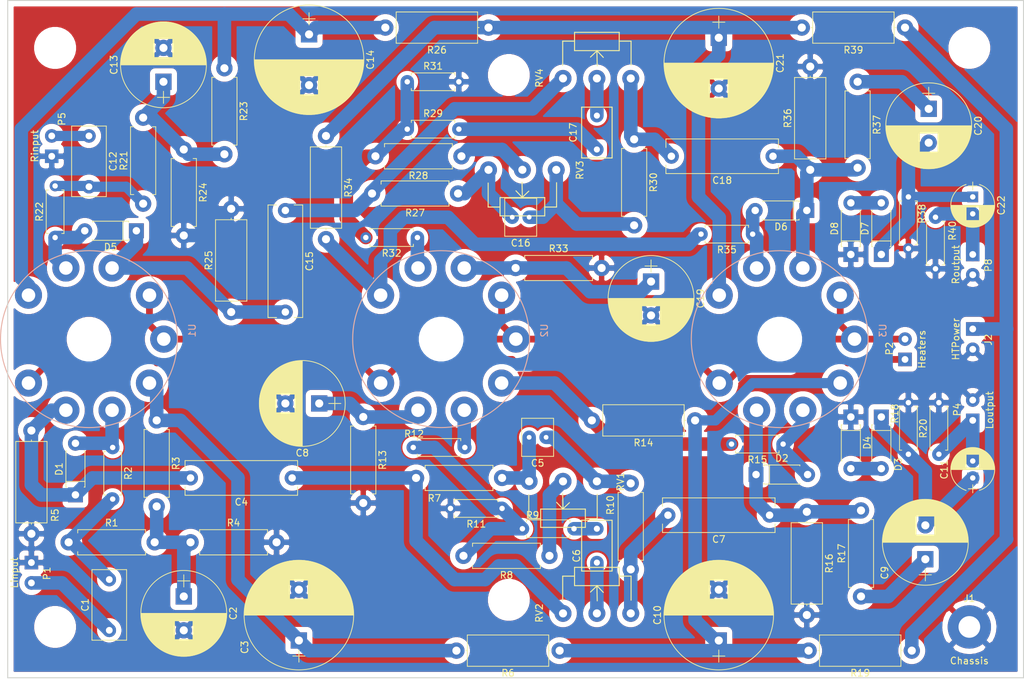
<source format=kicad_pcb>
(kicad_pcb (version 20171130) (host pcbnew "(5.1.5-0-10_14)")
  (title_block (title PCBTrial))
  (layers (0 F.Cu signal) (31 B.Cu signal) (34 B.Paste user hide) (35 F.Paste user hide) (36 B.SilkS user) (37 F.SilkS user) (38 B.Mask user hide) (39 F.Mask user hide) (44 Edge.Cuts user))
  (net 0 "")
  (net 1 "Net-(C1-Pad1)")
  (net 2 "Net-(C1-Pad2)")
  (net 3 "Net-(C2-Pad1)")
  (net 4 "Net-(C3-Pad1)")
  (net 5 "Net-(C4-Pad1)")
  (net 6 "Net-(C4-Pad2)")
  (net 7 "Net-(C5-Pad1)")
  (net 8 "Net-(C5-Pad2)")
  (net 9 "Net-(C6-Pad1)")
  (net 10 GNDA)
  (net 11 "Net-(C11-Pad2)")
  (net 12 "Net-(C10-Pad1)")
  (net 13 "Net-(C11-Pad1)")
  (net 14 "Net-(C12-Pad1)")
  (net 15 "Net-(C13-Pad1)")
  (net 16 "Net-(C14-Pad1)")
  (net 17 "Net-(C15-Pad1)")
  (net 18 "Net-(C15-Pad2)")
  (net 19 "Net-(C16-Pad1)")
  (net 20 "Net-(C16-Pad2)")
  (net 21 "Net-(C17-Pad1)")
  (net 22 "Net-(C19-Pad1)")
  (net 23 "Net-(C20-Pad1)")
  (net 24 "Net-(D1-Pad2)")
  (net 25 "Net-(D2-Pad2)")
  (net 26 HT)
  (net 27 "Net-(C6-Pad2)")
  (net 28 "Net-(C18-Pad2)")
  (net 29 "Net-(D5-Pad2)")
  (net 30 "Net-(R11-Pad1)")
  (net 31 "Net-(R12-Pad1)")
  (net 32 /Lfb)
  (net 33 "Net-(C7-Pad2)")
  (net 34 "Net-(C8-Pad1)")
  (net 35 "Net-(C12-Pad2)")
  (net 36 "Net-(C17-Pad2)")
  (net 37 /Rfb)
  (net 38 "Net-(C21-Pad1)")
  (net 39 "Net-(D3-Pad2)")
  (net 40 "Net-(D6-Pad2)")
  (net 41 "Net-(D7-Pad2)")
  (net 42 "Net-(R14-Pad2)")
  (net 43 "Net-(R28-Pad2)")
  (net 44 "Net-(R32-Pad1)")
  (net 45 "Net-(R34-Pad2)")
  (net 46 "Net-(C20-Pad2)")
  (net 47 "Net-(R8-Pad1)")
  (net 48 "Net-(R28-Pad1)")
  (net 49 "Net-(C9-Pad1)")
  (net 50 "Net-(C22-Pad2)")
  (net 51 "Net-(P2-Pad1)")
  (net 52 "Net-(P2-Pad2)")
  (module Capacitors_THT:CP_Radial_D6.3mm_P2.50mm (layer F.Cu) (at 232.5 64 270)
    (fp_text reference C22 (at 1.25 -4.21 270) (layer F.SilkS))
    (fp_text value "10u 25V")
    (pad 1 thru_hole rect (at 0 0 270) (size 1.6 1.6) (drill 0.8) (layers *.Cu *.Mask) (net 46 "Net-(C20-Pad2)"))
    (pad 2 thru_hole circle (at 2.5 0 270) (size 1.6 1.6) (drill 0.8) (layers *.Cu *.Mask) (net 50 "Net-(C22-Pad2)"))
  )
  (module Capacitors_THT:C_Rect_L10.3mm_W5.0mm_P7.50mm_MKS4 (layer F.Cu) (at 102 55 270)
    (fp_text reference C12 (at 3.75 -3.56 270) (layer F.SilkS))
    (fp_text value "22n 350V")
    (pad 1 thru_hole circle (at 0 0 270) (size 2 2) (drill 1) (layers *.Cu *.Mask) (net 14 "Net-(C12-Pad1)"))
    (pad 2 thru_hole circle (at 7.5 0 270) (size 2 2) (drill 1) (layers *.Cu *.Mask) (net 35 "Net-(C12-Pad2)"))
  )
  (module Capacitors_THT:C_Disc_D7.5_P5 (layer F.Cu) (at 177 113 270)
    (fp_text reference C6 (at 4 3 270) (layer F.SilkS))
    (fp_text value "100p 100V")
    (pad 1 thru_hole rect (at 0 0 270) (size 1.4 1.4) (drill 0.9) (layers *.Cu *.Mask) (net 9 "Net-(C6-Pad1)"))
    (pad 2 thru_hole circle (at 5 0 270) (size 1.4 1.4) (drill 0.9) (layers *.Cu *.Mask) (net 27 "Net-(C6-Pad2)"))
  )
  (module Capacitors_THT:C_Disc_D7.5_P5 (layer F.Cu) (at 177 57 90)
    (fp_text reference C17 (at 2.5 -3.5 90) (layer F.SilkS))
    (fp_text value "100p 100V")
    (pad 1 thru_hole rect (at 0 0 90) (size 1.4 1.4) (drill 0.9) (layers *.Cu *.Mask) (net 21 "Net-(C17-Pad1)"))
    (pad 2 thru_hole circle (at 5 0 90) (size 1.4 1.4) (drill 0.9) (layers *.Cu *.Mask) (net 36 "Net-(C17-Pad2)"))
  )
  (module Mounting_Holes:MountingHole_3.2mm_M3_Pad (layer F.Cu) (at 232 127.5)
    (fp_text reference J1 (at 0 -4.2) (layer F.SilkS))
    (fp_text value Chassis (at 0 5) (layer F.SilkS))
    (pad 1 thru_hole circle (at 0 0) (size 6.4 6.4) (drill 3.2) (layers *.Cu *.Mask) (net 10 GNDA))
  )
  (module Capacitors_THT:C_Rect_L16.5mm_W5.0mm_P15.00mm_MKT (layer F.Cu) (at 203 58 180)
    (fp_text reference C18 (at 7.5 -3.56 180) (layer F.SilkS))
    (fp_text value "220n 350V")
    (pad 1 thru_hole circle (at 0 0 180) (size 2.2 2.2) (drill 1.1) (layers *.Cu *.Mask) (net 37 /Rfb))
    (pad 2 thru_hole circle (at 15 0 180) (size 2.2 2.2) (drill 1.1) (layers *.Cu *.Mask) (net 28 "Net-(C18-Pad2)"))
  )
  (module Capacitors_THT:C_Rect_L16.5mm_W5.0mm_P15.00mm_MKT (layer F.Cu) (at 131 66 270)
    (fp_text reference C15 (at 7.5 -3.56 270) (layer F.SilkS))
    (fp_text value "220n 350V")
    (pad 1 thru_hole circle (at 0 0 270) (size 2.2 2.2) (drill 1.1) (layers *.Cu *.Mask) (net 17 "Net-(C15-Pad1)"))
    (pad 2 thru_hole circle (at 15 0 270) (size 2.2 2.2) (drill 1.1) (layers *.Cu *.Mask) (net 18 "Net-(C15-Pad2)"))
  )
  (module Capacitors_THT:C_Rect_L16.5mm_W5.0mm_P15.00mm_MKT (layer F.Cu) (at 202.5 111 180)
    (fp_text reference C7 (at 7.5 -3.56 180) (layer F.SilkS))
    (fp_text value "220n 350V")
    (pad 1 thru_hole circle (at 0 0 180) (size 2.2 2.2) (drill 1.1) (layers *.Cu *.Mask) (net 32 /Lfb))
    (pad 2 thru_hole circle (at 15 0 180) (size 2.2 2.2) (drill 1.1) (layers *.Cu *.Mask) (net 33 "Net-(C7-Pad2)"))
  )
  (module Capacitors_THT:C_Rect_L16.5mm_W5.0mm_P15.00mm_MKT (layer F.Cu) (at 132 105.5 180)
    (fp_text reference C4 (at 7.5 -3.56 180) (layer F.SilkS))
    (fp_text value "220n 350V")
    (pad 1 thru_hole circle (at 0 0 180) (size 2.2 2.2) (drill 1.1) (layers *.Cu *.Mask) (net 5 "Net-(C4-Pad1)"))
    (pad 2 thru_hole circle (at 15 0 180) (size 2.2 2.2) (drill 1.1) (layers *.Cu *.Mask) (net 6 "Net-(C4-Pad2)"))
  )
  (module Capacitors_THT:CP_Radial_D6.3mm_P2.50mm (layer F.Cu) (at 232.5 105.5 90)
    (fp_text reference C11 (at 1.25 -4.21 90) (layer F.SilkS))
    (fp_text value "10u 25V")
    (pad 1 thru_hole rect (at 0 0 90) (size 1.6 1.6) (drill 0.8) (layers *.Cu *.Mask) (net 13 "Net-(C11-Pad1)"))
    (pad 2 thru_hole circle (at 2.5 0 90) (size 1.6 1.6) (drill 0.8) (layers *.Cu *.Mask) (net 11 "Net-(C11-Pad2)"))
  )
  (module Diodes_THT:D_DO-41_SOD81_P7.62mm_Horizontal (layer F.Cu) (at 214.5 72.5 90)
    (fp_text reference D8 (at 3.81 -2.41 90) (layer F.SilkS))
    (fp_text value BZX55C15)
    (pad 1 thru_hole rect (at 0 0 90) (size 2.2 2.2) (drill 1.1) (layers *.Cu *.Mask) (net 10 GNDA))
    (pad 2 thru_hole oval (at 7.62 0 90) (size 2.2 2.2) (drill 1.1) (layers *.Cu *.Mask) (net 41 "Net-(D7-Pad2)"))
  )
  (module Diodes_THT:D_DO-41_SOD81_P7.62mm_Horizontal (layer F.Cu) (at 219 72.5 90)
    (fp_text reference D7 (at 3.81 -2.41 90) (layer F.SilkS))
    (fp_text value BZX55C15)
    (pad 1 thru_hole rect (at 0 0 90) (size 2.2 2.2) (drill 1.1) (layers *.Cu *.Mask) (net 46 "Net-(C20-Pad2)"))
    (pad 2 thru_hole oval (at 7.62 0 90) (size 2.2 2.2) (drill 1.1) (layers *.Cu *.Mask) (net 41 "Net-(D7-Pad2)"))
  )
  (module Diodes_THT:D_DO-41_SOD81_P7.62mm_Horizontal (layer F.Cu) (at 208 66 180)
    (fp_text reference D6 (at 3.81 -2.41 180) (layer F.SilkS))
    (fp_text value 1N4148)
    (pad 1 thru_hole rect (at 0 0 180) (size 2.2 2.2) (drill 1.1) (layers *.Cu *.Mask) (net 37 /Rfb))
    (pad 2 thru_hole oval (at 7.62 0 180) (size 2.2 2.2) (drill 1.1) (layers *.Cu *.Mask) (net 40 "Net-(D6-Pad2)"))
  )
  (module Diodes_THT:D_DO-41_SOD81_P7.62mm_Horizontal (layer F.Cu) (at 109 69 180)
    (fp_text reference D5 (at 3.81 -2.41 180) (layer F.SilkS))
    (fp_text value 1N4148)
    (pad 1 thru_hole rect (at 0 0 180) (size 2.2 2.2) (drill 1.1) (layers *.Cu *.Mask) (net 18 "Net-(C15-Pad2)"))
    (pad 2 thru_hole oval (at 7.62 0 180) (size 2.2 2.2) (drill 1.1) (layers *.Cu *.Mask) (net 29 "Net-(D5-Pad2)"))
  )
  (module Diodes_THT:D_DO-41_SOD81_P7.62mm_Horizontal (layer F.Cu) (at 214.5 96.5 270)
    (fp_text reference D4 (at 3.81 -2.41 270) (layer F.SilkS))
    (fp_text value BZX55C15)
    (pad 1 thru_hole rect (at 0 0 270) (size 2.2 2.2) (drill 1.1) (layers *.Cu *.Mask) (net 10 GNDA))
    (pad 2 thru_hole oval (at 7.62 0 270) (size 2.2 2.2) (drill 1.1) (layers *.Cu *.Mask) (net 39 "Net-(D3-Pad2)"))
  )
  (module Diodes_THT:D_DO-41_SOD81_P7.62mm_Horizontal (layer F.Cu) (at 219 96.5 270)
    (fp_text reference D3 (at 7 -2.5 270) (layer F.SilkS))
    (fp_text value BZX55C15)
    (pad 1 thru_hole rect (at 0 0 270) (size 2.2 2.2) (drill 1.1) (layers *.Cu *.Mask) (net 13 "Net-(C11-Pad1)"))
    (pad 2 thru_hole oval (at 7.62 0 270) (size 2.2 2.2) (drill 1.1) (layers *.Cu *.Mask) (net 39 "Net-(D3-Pad2)"))
  )
  (module Diodes_THT:D_DO-41_SOD81_P7.62mm_Horizontal (layer F.Cu) (at 200.5 105)
    (fp_text reference D2 (at 3.81 -2.41) (layer F.SilkS))
    (fp_text value 1N4148)
    (pad 1 thru_hole rect (at 0 0) (size 2.2 2.2) (drill 1.1) (layers *.Cu *.Mask) (net 32 /Lfb))
    (pad 2 thru_hole oval (at 7.62 0) (size 2.2 2.2) (drill 1.1) (layers *.Cu *.Mask) (net 25 "Net-(D2-Pad2)"))
  )
  (module Diodes_THT:D_DO-41_SOD81_P7.62mm_Horizontal (layer F.Cu) (at 100 108 90)
    (fp_text reference D1 (at 3.81 -2.41 90) (layer F.SilkS))
    (fp_text value 1N4148)
    (pad 1 thru_hole rect (at 0 0 90) (size 2.2 2.2) (drill 1.1) (layers *.Cu *.Mask) (net 6 "Net-(C4-Pad2)"))
    (pad 2 thru_hole oval (at 7.62 0 90) (size 2.2 2.2) (drill 1.1) (layers *.Cu *.Mask) (net 24 "Net-(D1-Pad2)"))
  )
  (module Resistors_THT:R_Axial_DIN0207_L6.3mm_D2.5mm_P7.62mm_Horizontal (layer F.Cu) (at 227 67 270)
    (fp_text reference R40 (at 2 -2.5 270) (layer F.SilkS))
    (fp_text value 1M)
    (pad 1 thru_hole circle (at 0 0 270) (size 1.6 1.6) (drill 0.8) (layers *.Cu *.Mask) (net 50 "Net-(C22-Pad2)"))
    (pad 2 thru_hole oval (at 7.62 0 270) (size 1.6 1.6) (drill 0.8) (layers *.Cu *.Mask) (net 10 GNDA))
  )
  (module Resistors_THT:R_Axial_DIN0207_L6.3mm_D2.5mm_P7.62mm_Horizontal (layer F.Cu) (at 223 64 270)
    (fp_text reference R38 (at 2.5 -2 270) (layer F.SilkS))
    (fp_text value 1M)
    (pad 1 thru_hole circle (at 0 0 270) (size 1.6 1.6) (drill 0.8) (layers *.Cu *.Mask) (net 46 "Net-(C20-Pad2)"))
    (pad 2 thru_hole oval (at 7.62 0 270) (size 1.6 1.6) (drill 0.8) (layers *.Cu *.Mask) (net 10 GNDA))
  )
  (module Resistors_THT:R_Axial_DIN0411_L9.9mm_D3.6mm_P12.70mm_Horizontal (layer F.Cu) (at 215.5 47 270)
    (fp_text reference R37 (at 6.35 -2.86 270) (layer F.SilkS))
    (fp_text value 100r)
    (pad 1 thru_hole circle (at 0 0 270) (size 2.4 2.4) (drill 1.2) (layers *.Cu *.Mask) (net 23 "Net-(C20-Pad1)"))
    (pad 2 thru_hole oval (at 12.7 0 270) (size 2.4 2.4) (drill 1.2) (layers *.Cu *.Mask) (net 37 /Rfb))
  )
  (module Resistors_THT:R_Axial_DIN0207_L6.3mm_D2.5mm_P7.62mm_Horizontal (layer F.Cu) (at 200 69.5 180)
    (fp_text reference R35 (at 3.81 -2.31 180) (layer F.SilkS))
    (fp_text value 1k)
    (pad 1 thru_hole circle (at 0 0 180) (size 1.6 1.6) (drill 0.8) (layers *.Cu *.Mask) (net 40 "Net-(D6-Pad2)"))
    (pad 2 thru_hole oval (at 7.62 0 180) (size 1.6 1.6) (drill 0.8) (layers *.Cu *.Mask) (net 45 "Net-(R34-Pad2)"))
  )
  (module Resistors_THT:R_Axial_DIN0411_L9.9mm_D3.6mm_P12.70mm_Horizontal (layer F.Cu) (at 165 74.5)
    (fp_text reference R33 (at 6.35 -2.86) (layer F.SilkS))
    (fp_text value 750r)
    (pad 1 thru_hole circle (at 0 0) (size 2.4 2.4) (drill 1.2) (layers *.Cu *.Mask) (net 22 "Net-(C19-Pad1)"))
    (pad 2 thru_hole oval (at 12.7 0) (size 2.4 2.4) (drill 1.2) (layers *.Cu *.Mask) (net 10 GNDA))
  )
  (module Resistors_THT:R_Axial_DIN0207_L6.3mm_D2.5mm_P7.62mm_Horizontal (layer F.Cu) (at 150.5 70 180)
    (fp_text reference R32 (at 3.81 -2.31 180) (layer F.SilkS))
    (fp_text value 1k)
    (pad 1 thru_hole circle (at 0 0 180) (size 1.6 1.6) (drill 0.8) (layers *.Cu *.Mask) (net 44 "Net-(R32-Pad1)"))
    (pad 2 thru_hole oval (at 7.62 0 180) (size 1.6 1.6) (drill 0.8) (layers *.Cu *.Mask) (net 43 "Net-(R28-Pad2)"))
  )
  (module Resistors_THT:R_Axial_DIN0207_L6.3mm_D2.5mm_P7.62mm_Horizontal (layer F.Cu) (at 149 47)
    (fp_text reference R31 (at 3.81 -2.31) (layer F.SilkS))
    (fp_text value 2.2M)
    (pad 1 thru_hole circle (at 0 0) (size 1.6 1.6) (drill 0.8) (layers *.Cu *.Mask) (net 43 "Net-(R28-Pad2)"))
    (pad 2 thru_hole oval (at 7.62 0) (size 1.6 1.6) (drill 0.8) (layers *.Cu *.Mask) (net 10 GNDA))
  )
  (module Resistors_THT:R_Axial_DIN0411_L9.9mm_D3.6mm_P12.70mm_Horizontal (layer F.Cu) (at 182.5 55.5 270)
    (fp_text reference R30 (at 6.35 -2.86 270) (layer F.SilkS))
    (fp_text value 220k)
    (pad 1 thru_hole circle (at 0 0 270) (size 2.4 2.4) (drill 1.2) (layers *.Cu *.Mask) (net 28 "Net-(C18-Pad2)"))
    (pad 2 thru_hole oval (at 12.7 0 270) (size 2.4 2.4) (drill 1.2) (layers *.Cu *.Mask) (net 19 "Net-(C16-Pad1)"))
  )
  (module Resistors_THT:R_Axial_DIN0207_L6.3mm_D2.5mm_P7.62mm_Horizontal (layer F.Cu) (at 149 54)
    (fp_text reference R29 (at 3.81 -2.31) (layer F.SilkS))
    (fp_text value 390k)
    (pad 1 thru_hole circle (at 0 0) (size 1.6 1.6) (drill 0.8) (layers *.Cu *.Mask) (net 43 "Net-(R28-Pad2)"))
    (pad 2 thru_hole oval (at 7.62 0) (size 1.6 1.6) (drill 0.8) (layers *.Cu *.Mask) (net 21 "Net-(C17-Pad1)"))
  )
  (module Resistors_THT:R_Axial_DIN0411_L9.9mm_D3.6mm_P12.70mm_Horizontal (layer F.Cu) (at 157 58 180)
    (fp_text reference R28 (at 6.35 -2.86 180) (layer F.SilkS))
    (fp_text value 220k)
    (pad 1 thru_hole circle (at 0 0 180) (size 2.4 2.4) (drill 1.2) (layers *.Cu *.Mask) (net 48 "Net-(R28-Pad1)"))
    (pad 2 thru_hole oval (at 12.7 0 180) (size 2.4 2.4) (drill 1.2) (layers *.Cu *.Mask) (net 43 "Net-(R28-Pad2)"))
  )
  (module Resistors_THT:R_Axial_DIN0411_L9.9mm_D3.6mm_P12.70mm_Horizontal (layer F.Cu) (at 156.5 63.5 180)
    (fp_text reference R27 (at 6.35 -2.86 180) (layer F.SilkS))
    (fp_text value 220k)
    (pad 1 thru_hole circle (at 0 0 180) (size 2.4 2.4) (drill 1.2) (layers *.Cu *.Mask) (net 20 "Net-(C16-Pad2)"))
    (pad 2 thru_hole oval (at 12.7 0 180) (size 2.4 2.4) (drill 1.2) (layers *.Cu *.Mask) (net 17 "Net-(C15-Pad1)"))
  )
  (module Resistors_THT:R_Axial_DIN0411_L9.9mm_D3.6mm_P12.70mm_Horizontal (layer F.Cu) (at 116 57 270)
    (fp_text reference R24 (at 6.35 -2.86 270) (layer F.SilkS))
    (fp_text value 330k)
    (pad 1 thru_hole circle (at 0 0 270) (size 2.4 2.4) (drill 1.2) (layers *.Cu *.Mask) (net 15 "Net-(C13-Pad1)"))
    (pad 2 thru_hole oval (at 12.7 0 270) (size 2.4 2.4) (drill 1.2) (layers *.Cu *.Mask) (net 10 GNDA))
  )
  (module Resistors_THT:R_Axial_DIN0411_L9.9mm_D3.6mm_P12.70mm_Horizontal (layer F.Cu) (at 122 45 270)
    (fp_text reference R23 (at 6.35 -2.86 270) (layer F.SilkS))
    (fp_text value 470k)
    (pad 1 thru_hole circle (at 0 0 270) (size 2.4 2.4) (drill 1.2) (layers *.Cu *.Mask) (net 16 "Net-(C14-Pad1)"))
    (pad 2 thru_hole oval (at 12.7 0 270) (size 2.4 2.4) (drill 1.2) (layers *.Cu *.Mask) (net 15 "Net-(C13-Pad1)"))
  )
  (module Resistors_THT:R_Axial_DIN0207_L6.3mm_D2.5mm_P7.62mm_Horizontal (layer F.Cu) (at 97 70 90)
    (fp_text reference R22 (at 3.81 -2.31 90) (layer F.SilkS))
    (fp_text value 1k)
    (pad 1 thru_hole circle (at 0 0 90) (size 1.6 1.6) (drill 0.8) (layers *.Cu *.Mask) (net 29 "Net-(D5-Pad2)"))
    (pad 2 thru_hole oval (at 7.62 0 90) (size 1.6 1.6) (drill 0.8) (layers *.Cu *.Mask) (net 35 "Net-(C12-Pad2)"))
  )
  (module Resistors_THT:R_Axial_DIN0411_L9.9mm_D3.6mm_P12.70mm_Horizontal (layer F.Cu) (at 110 65 90)
    (fp_text reference R21 (at 6.35 -2.86 90) (layer F.SilkS))
    (fp_text value 10M)
    (pad 1 thru_hole circle (at 0 0 90) (size 2.4 2.4) (drill 1.2) (layers *.Cu *.Mask) (net 35 "Net-(C12-Pad2)"))
    (pad 2 thru_hole oval (at 12.7 0 90) (size 2.4 2.4) (drill 1.2) (layers *.Cu *.Mask) (net 15 "Net-(C13-Pad1)"))
  )
  (module Resistors_THT:R_Axial_DIN0207_L6.3mm_D2.5mm_P7.62mm_Horizontal (layer F.Cu) (at 227.5 102 90)
    (fp_text reference R20 (at 3.81 -2.31 90) (layer F.SilkS))
    (fp_text value 1M)
    (pad 1 thru_hole circle (at 0 0 90) (size 1.6 1.6) (drill 0.8) (layers *.Cu *.Mask) (net 11 "Net-(C11-Pad2)"))
    (pad 2 thru_hole oval (at 7.62 0 90) (size 1.6 1.6) (drill 0.8) (layers *.Cu *.Mask) (net 10 GNDA))
  )
  (module Resistors_THT:R_Axial_DIN0207_L6.3mm_D2.5mm_P7.62mm_Horizontal (layer F.Cu) (at 223 102 90)
    (fp_text reference R18 (at 6 -2 90) (layer F.SilkS))
    (fp_text value 1M)
    (pad 1 thru_hole circle (at 0 0 90) (size 1.6 1.6) (drill 0.8) (layers *.Cu *.Mask) (net 13 "Net-(C11-Pad1)"))
    (pad 2 thru_hole oval (at 7.62 0 90) (size 1.6 1.6) (drill 0.8) (layers *.Cu *.Mask) (net 10 GNDA))
  )
  (module Resistors_THT:R_Axial_DIN0411_L9.9mm_D3.6mm_P12.70mm_Horizontal (layer F.Cu) (at 216 123 90)
    (fp_text reference R17 (at 6.35 -2.86 90) (layer F.SilkS))
    (fp_text value 100r)
    (pad 1 thru_hole circle (at 0 0 90) (size 2.4 2.4) (drill 1.2) (layers *.Cu *.Mask) (net 49 "Net-(C9-Pad1)"))
    (pad 2 thru_hole oval (at 12.7 0 90) (size 2.4 2.4) (drill 1.2) (layers *.Cu *.Mask) (net 32 /Lfb))
  )
  (module Resistors_THT:R_Axial_DIN0207_L6.3mm_D2.5mm_P7.62mm_Horizontal (layer F.Cu) (at 204.5 100.5 180)
    (fp_text reference R15 (at 3.81 -2.31 180) (layer F.SilkS))
    (fp_text value 1k)
    (pad 1 thru_hole circle (at 0 0 180) (size 1.6 1.6) (drill 0.8) (layers *.Cu *.Mask) (net 25 "Net-(D2-Pad2)"))
    (pad 2 thru_hole oval (at 7.62 0 180) (size 1.6 1.6) (drill 0.8) (layers *.Cu *.Mask) (net 42 "Net-(R14-Pad2)"))
  )
  (module Resistors_THT:R_Axial_DIN0411_L9.9mm_D3.6mm_P12.70mm_Horizontal (layer F.Cu) (at 142.5 96.5 270)
    (fp_text reference R13 (at 6.35 -2.86 270) (layer F.SilkS))
    (fp_text value 750r)
    (pad 1 thru_hole circle (at 0 0 270) (size 2.4 2.4) (drill 1.2) (layers *.Cu *.Mask) (net 34 "Net-(C8-Pad1)"))
    (pad 2 thru_hole oval (at 12.7 0 270) (size 2.4 2.4) (drill 1.2) (layers *.Cu *.Mask) (net 10 GNDA))
  )
  (module Resistors_THT:R_Axial_DIN0207_L6.3mm_D2.5mm_P7.62mm_Horizontal (layer F.Cu) (at 157.5 101 180)
    (fp_text reference R12 (at 7.5 2 180) (layer F.SilkS))
    (fp_text value 1k)
    (pad 1 thru_hole circle (at 0 0 180) (size 1.6 1.6) (drill 0.8) (layers *.Cu *.Mask) (net 31 "Net-(R12-Pad1)"))
    (pad 2 thru_hole oval (at 7.62 0 180) (size 1.6 1.6) (drill 0.8) (layers *.Cu *.Mask) (net 30 "Net-(R11-Pad1)"))
  )
  (module Resistors_THT:R_Axial_DIN0207_L6.3mm_D2.5mm_P7.62mm_Horizontal (layer F.Cu) (at 163 110 180)
    (fp_text reference R11 (at 3.81 -2.31 180) (layer F.SilkS))
    (fp_text value 2.2M)
    (pad 1 thru_hole circle (at 0 0 180) (size 1.6 1.6) (drill 0.8) (layers *.Cu *.Mask) (net 30 "Net-(R11-Pad1)"))
    (pad 2 thru_hole oval (at 7.62 0 180) (size 1.6 1.6) (drill 0.8) (layers *.Cu *.Mask) (net 10 GNDA))
  )
  (module Resistors_THT:R_Axial_DIN0411_L9.9mm_D3.6mm_P12.70mm_Horizontal (layer F.Cu) (at 182 119 90)
    (fp_text reference R10 (at 9.5 -3 90) (layer F.SilkS))
    (fp_text value 220k)
    (pad 1 thru_hole circle (at 0 0 90) (size 2.4 2.4) (drill 1.2) (layers *.Cu *.Mask) (net 33 "Net-(C7-Pad2)"))
    (pad 2 thru_hole oval (at 12.7 0 90) (size 2.4 2.4) (drill 1.2) (layers *.Cu *.Mask) (net 7 "Net-(C5-Pad1)"))
  )
  (module Resistors_THT:R_Axial_DIN0207_L6.3mm_D2.5mm_P7.62mm_Horizontal (layer F.Cu) (at 166 113)
    (fp_text reference R9 (at 1.5 -2) (layer F.SilkS))
    (fp_text value 390k)
    (pad 1 thru_hole circle (at 0 0) (size 1.6 1.6) (drill 0.8) (layers *.Cu *.Mask) (net 30 "Net-(R11-Pad1)"))
    (pad 2 thru_hole oval (at 7.62 0) (size 1.6 1.6) (drill 0.8) (layers *.Cu *.Mask) (net 9 "Net-(C6-Pad1)"))
  )
  (module Resistors_THT:R_Axial_DIN0411_L9.9mm_D3.6mm_P12.70mm_Horizontal (layer F.Cu) (at 170 117 180)
    (fp_text reference R8 (at 6.35 -2.86 180) (layer F.SilkS))
    (fp_text value 220k)
    (pad 1 thru_hole circle (at 0 0 180) (size 2.4 2.4) (drill 1.2) (layers *.Cu *.Mask) (net 47 "Net-(R8-Pad1)"))
    (pad 2 thru_hole oval (at 12.7 0 180) (size 2.4 2.4) (drill 1.2) (layers *.Cu *.Mask) (net 30 "Net-(R11-Pad1)"))
  )
  (module Resistors_THT:R_Axial_DIN0411_L9.9mm_D3.6mm_P12.70mm_Horizontal (layer F.Cu) (at 163 105.5 180)
    (fp_text reference R7 (at 10 -3 180) (layer F.SilkS))
    (fp_text value 220k)
    (pad 1 thru_hole circle (at 0 0 180) (size 2.4 2.4) (drill 1.2) (layers *.Cu *.Mask) (net 8 "Net-(C5-Pad2)"))
    (pad 2 thru_hole oval (at 12.7 0 180) (size 2.4 2.4) (drill 1.2) (layers *.Cu *.Mask) (net 5 "Net-(C4-Pad1)"))
  )
  (module Resistors_THT:R_Axial_DIN0411_L9.9mm_D3.6mm_P12.70mm_Horizontal (layer F.Cu) (at 117 115)
    (fp_text reference R4 (at 6.35 -2.86) (layer F.SilkS))
    (fp_text value 330k)
    (pad 1 thru_hole circle (at 0 0) (size 2.4 2.4) (drill 1.2) (layers *.Cu *.Mask) (net 3 "Net-(C2-Pad1)"))
    (pad 2 thru_hole oval (at 12.7 0) (size 2.4 2.4) (drill 1.2) (layers *.Cu *.Mask) (net 10 GNDA))
  )
  (module Resistors_THT:R_Axial_DIN0411_L9.9mm_D3.6mm_P12.70mm_Horizontal (layer F.Cu) (at 112 97 270)
    (fp_text reference R3 (at 6.35 -2.86 270) (layer F.SilkS))
    (fp_text value 470k)
    (pad 1 thru_hole circle (at 0 0 270) (size 2.4 2.4) (drill 1.2) (layers *.Cu *.Mask) (net 4 "Net-(C3-Pad1)"))
    (pad 2 thru_hole oval (at 12.7 0 270) (size 2.4 2.4) (drill 1.2) (layers *.Cu *.Mask) (net 3 "Net-(C2-Pad1)"))
  )
  (module Resistors_THT:R_Axial_DIN0207_L6.3mm_D2.5mm_P7.62mm_Horizontal (layer F.Cu) (at 105.5 101 270)
    (fp_text reference R2 (at 3.81 -2.31 270) (layer F.SilkS))
    (fp_text value 1k)
    (pad 1 thru_hole circle (at 0 0 270) (size 1.6 1.6) (drill 0.8) (layers *.Cu *.Mask) (net 24 "Net-(D1-Pad2)"))
    (pad 2 thru_hole oval (at 7.62 0 270) (size 1.6 1.6) (drill 0.8) (layers *.Cu *.Mask) (net 2 "Net-(C1-Pad2)"))
  )
  (module Resistors_THT:R_Axial_DIN0411_L9.9mm_D3.6mm_P12.70mm_Horizontal (layer F.Cu) (at 99 115)
    (fp_text reference R1 (at 6.35 -2.86) (layer F.SilkS))
    (fp_text value 10M)
    (pad 1 thru_hole circle (at 0 0) (size 2.4 2.4) (drill 1.2) (layers *.Cu *.Mask) (net 2 "Net-(C1-Pad2)"))
    (pad 2 thru_hole oval (at 12.7 0) (size 2.4 2.4) (drill 1.2) (layers *.Cu *.Mask) (net 3 "Net-(C2-Pad1)"))
  )
  (module Resistors_THT:R_Axial_DIN0414_L11.9mm_D4.5mm_P15.24mm_Horizontal (layer F.Cu) (at 222.5 39 180)
    (fp_text reference R39 (at 7.62 -3.31 180) (layer F.SilkS))
    (fp_text value "2.2k 2W")
    (pad 1 thru_hole circle (at 0 0 180) (size 2.4 2.4) (drill 1.2) (layers *.Cu *.Mask) (net 26 HT))
    (pad 2 thru_hole oval (at 15.24 0 180) (size 2.4 2.4) (drill 1.2) (layers *.Cu *.Mask) (net 38 "Net-(C21-Pad1)"))
  )
  (module Resistors_THT:R_Axial_DIN0414_L11.9mm_D4.5mm_P15.24mm_Horizontal (layer F.Cu) (at 208.5 60 90)
    (fp_text reference R36 (at 7.62 -3.31 90) (layer F.SilkS))
    (fp_text value "27k 2W")
    (pad 1 thru_hole circle (at 0 0 90) (size 2.4 2.4) (drill 1.2) (layers *.Cu *.Mask) (net 37 /Rfb))
    (pad 2 thru_hole oval (at 15.24 0 90) (size 2.4 2.4) (drill 1.2) (layers *.Cu *.Mask) (net 10 GNDA))
  )
  (module Resistors_THT:R_Axial_DIN0414_L11.9mm_D4.5mm_P15.24mm_Horizontal (layer F.Cu) (at 137 55 270)
    (fp_text reference R34 (at 7.62 -3.31 270) (layer F.SilkS))
    (fp_text value "47k 2W")
    (pad 1 thru_hole circle (at 0 0 270) (size 2.4 2.4) (drill 1.2) (layers *.Cu *.Mask) (net 38 "Net-(C21-Pad1)"))
    (pad 2 thru_hole oval (at 15.24 0 270) (size 2.4 2.4) (drill 1.2) (layers *.Cu *.Mask) (net 45 "Net-(R34-Pad2)"))
  )
  (module Resistors_THT:R_Axial_DIN0414_L11.9mm_D4.5mm_P15.24mm_Horizontal (layer F.Cu) (at 161 39 180)
    (fp_text reference R26 (at 7.62 -3.31 180) (layer F.SilkS))
    (fp_text value "4.7k 2W")
    (pad 1 thru_hole circle (at 0 0 180) (size 2.4 2.4) (drill 1.2) (layers *.Cu *.Mask) (net 38 "Net-(C21-Pad1)"))
    (pad 2 thru_hole oval (at 15.24 0 180) (size 2.4 2.4) (drill 1.2) (layers *.Cu *.Mask) (net 16 "Net-(C14-Pad1)"))
  )
  (module Resistors_THT:R_Axial_DIN0414_L11.9mm_D4.5mm_P15.24mm_Horizontal (layer F.Cu) (at 123 81 90)
    (fp_text reference R25 (at 7.62 -3.31 90) (layer F.SilkS))
    (fp_text value "47k 2W")
    (pad 1 thru_hole circle (at 0 0 90) (size 2.4 2.4) (drill 1.2) (layers *.Cu *.Mask) (net 18 "Net-(C15-Pad2)"))
    (pad 2 thru_hole oval (at 15.24 0 90) (size 2.4 2.4) (drill 1.2) (layers *.Cu *.Mask) (net 10 GNDA))
  )
  (module Resistors_THT:R_Axial_DIN0414_L11.9mm_D4.5mm_P15.24mm_Horizontal (layer F.Cu) (at 223.5 131 180)
    (fp_text reference R19 (at 7.62 -3.31 180) (layer F.SilkS))
    (fp_text value "2.2k 2W")
    (pad 1 thru_hole circle (at 0 0 180) (size 2.4 2.4) (drill 1.2) (layers *.Cu *.Mask) (net 26 HT))
    (pad 2 thru_hole oval (at 15.24 0 180) (size 2.4 2.4) (drill 1.2) (layers *.Cu *.Mask) (net 12 "Net-(C10-Pad1)"))
  )
  (module Resistors_THT:R_Axial_DIN0414_L11.9mm_D4.5mm_P15.24mm_Horizontal (layer F.Cu) (at 208 110.5 270)
    (fp_text reference R16 (at 7.62 -3.31 270) (layer F.SilkS))
    (fp_text value "27k 2W")
    (pad 1 thru_hole circle (at 0 0 270) (size 2.4 2.4) (drill 1.2) (layers *.Cu *.Mask) (net 32 /Lfb))
    (pad 2 thru_hole oval (at 15.24 0 270) (size 2.4 2.4) (drill 1.2) (layers *.Cu *.Mask) (net 10 GNDA))
  )
  (module Resistors_THT:R_Axial_DIN0414_L11.9mm_D4.5mm_P15.24mm_Horizontal (layer F.Cu) (at 191.5 97 180)
    (fp_text reference R14 (at 7.62 -3.31 180) (layer F.SilkS))
    (fp_text value "47k 2W")
    (pad 1 thru_hole circle (at 0 0 180) (size 2.4 2.4) (drill 1.2) (layers *.Cu *.Mask) (net 12 "Net-(C10-Pad1)"))
    (pad 2 thru_hole oval (at 15.24 0 180) (size 2.4 2.4) (drill 1.2) (layers *.Cu *.Mask) (net 42 "Net-(R14-Pad2)"))
  )
  (module Resistors_THT:R_Axial_DIN0414_L11.9mm_D4.5mm_P15.24mm_Horizontal (layer F.Cu) (at 171.5 131 180)
    (fp_text reference R6 (at 7.62 -3.31 180) (layer F.SilkS))
    (fp_text value "4.7k 2W")
    (pad 1 thru_hole circle (at 0 0 180) (size 2.4 2.4) (drill 1.2) (layers *.Cu *.Mask) (net 12 "Net-(C10-Pad1)"))
    (pad 2 thru_hole oval (at 15.24 0 180) (size 2.4 2.4) (drill 1.2) (layers *.Cu *.Mask) (net 4 "Net-(C3-Pad1)"))
  )
  (module Resistors_THT:R_Axial_DIN0414_L11.9mm_D4.5mm_P15.24mm_Horizontal (layer F.Cu) (at 93.5 98.5 270)
    (fp_text reference R5 (at 12.5 -3.5 270) (layer F.SilkS))
    (fp_text value "47k 2W")
    (pad 1 thru_hole circle (at 0 0 270) (size 2.4 2.4) (drill 1.2) (layers *.Cu *.Mask) (net 6 "Net-(C4-Pad2)"))
    (pad 2 thru_hole oval (at 15.24 0 270) (size 2.4 2.4) (drill 1.2) (layers *.Cu *.Mask) (net 10 GNDA))
  )
  (module Capacitors_THT:CP_Radial_D16.0mm_P7.50mm (layer F.Cu) (at 195 40.5 270)
    (fp_text reference C21 (at 3.75 -9.06 270) (layer F.SilkS))
    (fp_text value "47u 350V")
    (pad 1 thru_hole rect (at 0 0 270) (size 2.4 2.4) (drill 1.2) (layers *.Cu *.Mask) (net 38 "Net-(C21-Pad1)"))
    (pad 2 thru_hole circle (at 7.5 0 270) (size 2.4 2.4) (drill 1.2) (layers *.Cu *.Mask) (net 10 GNDA))
  )
  (module Capacitors_THT:CP_Radial_D12.5mm_P5.00mm (layer F.Cu) (at 226 51 270)
    (fp_text reference C20 (at 2.5 -7.31 270) (layer F.SilkS))
    (fp_text value "10u 350V")
    (pad 1 thru_hole rect (at 0 0 270) (size 2.4 2.4) (drill 1.2) (layers *.Cu *.Mask) (net 23 "Net-(C20-Pad1)"))
    (pad 2 thru_hole circle (at 5 0 270) (size 2.4 2.4) (drill 1.2) (layers *.Cu *.Mask) (net 46 "Net-(C20-Pad2)"))
  )
  (module Capacitors_THT:CP_Radial_D12.5mm_P5.00mm (layer F.Cu) (at 185 76.5 270)
    (fp_text reference C19 (at 2.5 -7.31 270) (layer F.SilkS))
    (fp_text value "220u 25V")
    (pad 1 thru_hole rect (at 0 0 270) (size 2.4 2.4) (drill 1.2) (layers *.Cu *.Mask) (net 22 "Net-(C19-Pad1)"))
    (pad 2 thru_hole circle (at 5 0 270) (size 2.4 2.4) (drill 1.2) (layers *.Cu *.Mask) (net 10 GNDA))
  )
  (module Capacitors_THT:C_Rect_L4.6mm_W5.5mm_P2.50mm_MKS02_FKP02 (layer F.Cu) (at 167 67 180)
    (fp_text reference C16 (at 1.25 -3.81 180) (layer F.SilkS))
    (fp_text value "2.2n 100V")
    (pad 1 thru_hole circle (at 0 0 180) (size 1.4 1.4) (drill 0.7) (layers *.Cu *.Mask) (net 19 "Net-(C16-Pad1)"))
    (pad 2 thru_hole circle (at 2.5 0 180) (size 1.4 1.4) (drill 0.7) (layers *.Cu *.Mask) (net 20 "Net-(C16-Pad2)"))
  )
  (module Capacitors_THT:CP_Radial_D16.0mm_P7.50mm (layer F.Cu) (at 134.5 40 270)
    (fp_text reference C14 (at 3.75 -9.06 270) (layer F.SilkS))
    (fp_text value "47u 350V")
    (pad 1 thru_hole rect (at 0 0 270) (size 2.4 2.4) (drill 1.2) (layers *.Cu *.Mask) (net 16 "Net-(C14-Pad1)"))
    (pad 2 thru_hole circle (at 7.5 0 270) (size 2.4 2.4) (drill 1.2) (layers *.Cu *.Mask) (net 10 GNDA))
  )
  (module Capacitors_THT:CP_Radial_D12.5mm_P5.00mm (layer F.Cu) (at 113 47 90)
    (fp_text reference C13 (at 2.5 -7.31 90) (layer F.SilkS))
    (fp_text value "1u 350V")
    (pad 1 thru_hole rect (at 0 0 90) (size 2.4 2.4) (drill 1.2) (layers *.Cu *.Mask) (net 15 "Net-(C13-Pad1)"))
    (pad 2 thru_hole circle (at 5 0 90) (size 2.4 2.4) (drill 1.2) (layers *.Cu *.Mask) (net 10 GNDA))
  )
  (module Capacitors_THT:CP_Radial_D16.0mm_P7.50mm (layer F.Cu) (at 195 129.5 90)
    (fp_text reference C10 (at 3.75 -9.06 90) (layer F.SilkS))
    (fp_text value "47u 350V")
    (pad 1 thru_hole rect (at 0 0 90) (size 2.4 2.4) (drill 1.2) (layers *.Cu *.Mask) (net 12 "Net-(C10-Pad1)"))
    (pad 2 thru_hole circle (at 7.5 0 90) (size 2.4 2.4) (drill 1.2) (layers *.Cu *.Mask) (net 10 GNDA))
  )
  (module Capacitors_THT:CP_Radial_D12.5mm_P5.00mm (layer F.Cu) (at 225.5 117.5 90)
    (fp_text reference C9 (at -2 -6 90) (layer F.SilkS))
    (fp_text value "10u 350V")
    (pad 1 thru_hole rect (at 0 0 90) (size 2.4 2.4) (drill 1.2) (layers *.Cu *.Mask) (net 49 "Net-(C9-Pad1)"))
    (pad 2 thru_hole circle (at 5 0 90) (size 2.4 2.4) (drill 1.2) (layers *.Cu *.Mask) (net 13 "Net-(C11-Pad1)"))
  )
  (module Capacitors_THT:CP_Radial_D12.5mm_P5.00mm (layer F.Cu) (at 136 94.5 180)
    (fp_text reference C8 (at 2.5 -7.31 180) (layer F.SilkS))
    (fp_text value "220u 25V")
    (pad 1 thru_hole rect (at 0 0 180) (size 2.4 2.4) (drill 1.2) (layers *.Cu *.Mask) (net 34 "Net-(C8-Pad1)"))
    (pad 2 thru_hole circle (at 5 0 180) (size 2.4 2.4) (drill 1.2) (layers *.Cu *.Mask) (net 10 GNDA))
  )
  (module Capacitors_THT:C_Rect_L4.6mm_W5.5mm_P2.50mm_MKS02_FKP02 (layer F.Cu) (at 169.5 99.5 180)
    (fp_text reference C5 (at 1.25 -3.81 180) (layer F.SilkS))
    (fp_text value "2.2n 100V")
    (pad 1 thru_hole circle (at 0 0 180) (size 1.4 1.4) (drill 0.7) (layers *.Cu *.Mask) (net 7 "Net-(C5-Pad1)"))
    (pad 2 thru_hole circle (at 2.5 0 180) (size 1.4 1.4) (drill 0.7) (layers *.Cu *.Mask) (net 8 "Net-(C5-Pad2)"))
  )
  (module Capacitors_THT:CP_Radial_D16.0mm_P7.50mm (layer F.Cu) (at 133 129.5 90)
    (fp_text reference C3 (at -1 -8 90) (layer F.SilkS))
    (fp_text value "47u 350V")
    (pad 1 thru_hole rect (at 0 0 90) (size 2.4 2.4) (drill 1.2) (layers *.Cu *.Mask) (net 4 "Net-(C3-Pad1)"))
    (pad 2 thru_hole circle (at 7.5 0 90) (size 2.4 2.4) (drill 1.2) (layers *.Cu *.Mask) (net 10 GNDA))
  )
  (module Capacitors_THT:CP_Radial_D12.5mm_P5.00mm (layer F.Cu) (at 116 123 270)
    (fp_text reference C2 (at 2.5 -7.31 270) (layer F.SilkS))
    (fp_text value "1u 350V")
    (pad 1 thru_hole rect (at 0 0 270) (size 2.4 2.4) (drill 1.2) (layers *.Cu *.Mask) (net 3 "Net-(C2-Pad1)"))
    (pad 2 thru_hole circle (at 5 0 270) (size 2.4 2.4) (drill 1.2) (layers *.Cu *.Mask) (net 10 GNDA))
  )
  (module Capacitors_THT:C_Rect_L10.3mm_W5.0mm_P7.50mm_MKS4 (layer F.Cu) (at 105 128 90)
    (fp_text reference C1 (at 3.75 -3.56 90) (layer F.SilkS))
    (fp_text value "22n 350V")
    (pad 1 thru_hole circle (at 0 0 90) (size 2 2) (drill 1) (layers *.Cu *.Mask) (net 1 "Net-(C1-Pad1)"))
    (pad 2 thru_hole circle (at 7.5 0 90) (size 2 2) (drill 1) (layers *.Cu *.Mask) (net 2 "Net-(C1-Pad2)"))
  )
  (module TristanValves:SolderWirePad_2x_1-2mmDrill_TC (layer F.Cu) (at 232.5 85 270)
    (fp_text reference J2 (at 0.1 -2.3 270) (layer F.SilkS))
    (fp_text value HTPower (at 0 2.5 270) (layer F.SilkS))
    (pad 1 thru_hole rect (at -1.5 0 270) (size 2 2) (drill 1) (layers *.Cu *.Mask) (net 26 HT))
    (pad 2 thru_hole circle (at 1.5 0 270) (size 2 2) (drill 1) (layers *.Cu *.Mask) (net 10 GNDA))
  )
  (module TristanValves:SolderWirePad_2x_1-2mmDrill_TC (layer F.Cu) (at 93.5 119.5 270)
    (fp_text reference P1 (at 0.1 -2.3 270) (layer F.SilkS))
    (fp_text value Linput (at 0 2.5 270) (layer F.SilkS))
    (pad 1 thru_hole rect (at -1.5 0 270) (size 2 2) (drill 1) (layers *.Cu *.Mask) (net 10 GNDA))
    (pad 2 thru_hole circle (at 1.5 0 270) (size 2 2) (drill 1) (layers *.Cu *.Mask) (net 1 "Net-(C1-Pad1)"))
  )
  (module TristanValves:SolderWirePad_2x_1-2mmDrill_TC (layer F.Cu) (at 222.5 86.5 90)
    (fp_text reference P2 (at 0.1 -2.3 90) (layer F.SilkS))
    (fp_text value Heaters (at 0 2.5 90) (layer F.SilkS))
    (pad 1 thru_hole rect (at -1.5 0 90) (size 2 2) (drill 1) (layers *.Cu *.Mask) (net 51 "Net-(P2-Pad1)"))
    (pad 2 thru_hole circle (at 1.5 0 90) (size 2 2) (drill 1) (layers *.Cu *.Mask) (net 52 "Net-(P2-Pad2)"))
  )
  (module TristanValves:SolderWirePad_2x_1-2mmDrill_TC (layer F.Cu) (at 232.5 95.5 90)
    (fp_text reference P4 (at 0.1 -2.3 90) (layer F.SilkS))
    (fp_text value Loutput (at 0 2.5 90) (layer F.SilkS))
    (pad 1 thru_hole rect (at -1.5 0 90) (size 2 2) (drill 1) (layers *.Cu *.Mask) (net 11 "Net-(C11-Pad2)"))
    (pad 2 thru_hole circle (at 1.5 0 90) (size 2 2) (drill 1) (layers *.Cu *.Mask) (net 10 GNDA))
  )
  (module TristanValves:SolderWirePad_2x_1-2mmDrill_TC (layer F.Cu) (at 96.5 56.5 90)
    (fp_text reference P5 (at 4 1.5 90) (layer F.SilkS))
    (fp_text value Rinput (at 0 -2.5 90) (layer F.SilkS))
    (pad 1 thru_hole rect (at -1.5 0 90) (size 2 2) (drill 1) (layers *.Cu *.Mask) (net 10 GNDA))
    (pad 2 thru_hole circle (at 1.5 0 90) (size 2 2) (drill 1) (layers *.Cu *.Mask) (net 14 "Net-(C12-Pad1)"))
  )
  (module TristanValves:SolderWirePad_2x_1-2mmDrill_TC (layer F.Cu) (at 232.5 74 270)
    (fp_text reference P8 (at 0.1 -2.3 270) (layer F.SilkS))
    (fp_text value Routput (at 0 2.5 270) (layer F.SilkS))
    (pad 1 thru_hole rect (at -1.5 0 270) (size 2 2) (drill 1) (layers *.Cu *.Mask) (net 50 "Net-(C22-Pad2)"))
    (pad 2 thru_hole circle (at 1.5 0 270) (size 2 2) (drill 1) (layers *.Cu *.Mask) (net 10 GNDA))
  )
  (module TristanValves:MountingHole_3.2mm_M3-TC (layer F.Cu) (at 164 46)
    (fp_text reference REF** hide)
    (fp_text value MountingHole_3.2mm_M3 hide)
    (pad "" np_thru_hole circle (at 0 0) (size 3.2 3.2) (drill 3.2) (layers *.Cu *.Mask) (clearance 1.5))
  )
  (module TristanValves:MountingHole_3.2mm_M3-TC (layer F.Cu) (at 164 123.5)
    (fp_text reference REF** hide)
    (fp_text value MountingHole_3.2mm_M3 hide)
    (pad "" np_thru_hole circle (at 0 0) (size 3.2 3.2) (drill 3.2) (layers *.Cu *.Mask) (clearance 1.5))
  )
  (module TristanValves:MountingHole_3.2mm_M3-TC (layer F.Cu) (at 232 42)
    (fp_text reference REF** hide)
    (fp_text value MountingHole_3.2mm_M3 hide)
    (pad "" np_thru_hole circle (at 0 0) (size 3.2 3.2) (drill 3.2) (layers *.Cu *.Mask) (clearance 1.5))
  )
  (module TristanValves:MountingHole_3.2mm_M3-TC (layer F.Cu) (at 97 127.5)
    (fp_text reference REF** hide)
    (fp_text value MountingHole_3.2mm_M3 hide)
    (pad "" np_thru_hole circle (at 0 0) (size 3.2 3.2) (drill 3.2) (layers *.Cu *.Mask) (clearance 1.5))
  )
  (module TristanValves:MountingHole_3.2mm_M3-TC (layer F.Cu) (at 97 42)
    (fp_text reference REF** hide)
    (fp_text value MountingHole_3.2mm_M3 hide)
    (pad "" np_thru_hole circle (at 0 0) (size 3.2 3.2) (drill 3.2) (layers *.Cu *.Mask) (clearance 1.5))
  )
  (module Potentiometers:Potentiometer_WirePads (layer F.Cu) (at 177 106 270)
    (fp_text reference RV1 (at 0.0508 -3.49758 270) (layer F.SilkS))
    (fp_text value Bass)
    (pad 2 thru_hole circle (at 0 5.00126 270) (size 2.49936 2.49936) (drill 1.19888) (layers *.Cu *.Mask) (net 47 "Net-(R8-Pad1)"))
    (pad 3 thru_hole circle (at 0 10.00252 270) (size 2.49936 2.49936) (drill 1.19888) (layers *.Cu *.Mask) (net 8 "Net-(C5-Pad2)"))
    (pad 1 thru_hole circle (at 0 0 270) (size 2.49936 2.49936) (drill 1.19888) (layers *.Cu *.Mask) (net 7 "Net-(C5-Pad1)"))
  )
  (module Potentiometers:Potentiometer_WirePads (layer F.Cu) (at 172 125.5 90)
    (fp_text reference RV2 (at 0.0508 -3.49758 90) (layer F.SilkS))
    (fp_text value Treble)
    (pad 2 thru_hole circle (at 0 5.00126 90) (size 2.49936 2.49936) (drill 1.19888) (layers *.Cu *.Mask) (net 27 "Net-(C6-Pad2)"))
    (pad 3 thru_hole circle (at 0 10.00252 90) (size 2.49936 2.49936) (drill 1.19888) (layers *.Cu *.Mask) (net 33 "Net-(C7-Pad2)"))
    (pad 1 thru_hole circle (at 0 0 90) (size 2.49936 2.49936) (drill 1.19888) (layers *.Cu *.Mask) (net 5 "Net-(C4-Pad1)"))
  )
  (module Potentiometers:Potentiometer_WirePads (layer F.Cu) (at 171 60 270)
    (fp_text reference RV3 (at 0.0508 -3.49758 270) (layer F.SilkS))
    (fp_text value Bass)
    (pad 2 thru_hole circle (at 0 5.00126 270) (size 2.49936 2.49936) (drill 1.19888) (layers *.Cu *.Mask) (net 48 "Net-(R28-Pad1)"))
    (pad 3 thru_hole circle (at 0 10.00252 270) (size 2.49936 2.49936) (drill 1.19888) (layers *.Cu *.Mask) (net 20 "Net-(C16-Pad2)"))
    (pad 1 thru_hole circle (at 0 0 270) (size 2.49936 2.49936) (drill 1.19888) (layers *.Cu *.Mask) (net 19 "Net-(C16-Pad1)"))
  )
  (module Potentiometers:Potentiometer_WirePads (layer F.Cu) (at 172 46.5 90)
    (fp_text reference RV4 (at 0.0508 -3.49758 90) (layer F.SilkS))
    (fp_text value Treble)
    (pad 2 thru_hole circle (at 0 5.00126 90) (size 2.49936 2.49936) (drill 1.19888) (layers *.Cu *.Mask) (net 36 "Net-(C17-Pad2)"))
    (pad 3 thru_hole circle (at 0 10.00252 90) (size 2.49936 2.49936) (drill 1.19888) (layers *.Cu *.Mask) (net 28 "Net-(C18-Pad2)"))
    (pad 1 thru_hole circle (at 0 0 90) (size 2.49936 2.49936) (drill 1.19888) (layers *.Cu *.Mask) (net 17 "Net-(C15-Pad1)"))
  )
  (module TristanValves:VALVE-ECC-83-1-TC (layer B.Cu) (at 102 85 90)
    (fp_text reference U1 (at 1.27 15.24 90) (layer B.SilkS) (effects (justify mirror)))
    (fp_text value ECC81)
    (pad 1 thru_hole circle (at 6.489 -8.9318 90) (size 4 4) (drill 2) (layers *.Cu *.Mask) (net 16 "Net-(C14-Pad1)"))
    (pad 2 thru_hole circle (at 10.5 -3.4117 90) (size 4 4) (drill 2) (layers *.Cu *.Mask) (net 29 "Net-(D5-Pad2)"))
    (pad 3 thru_hole circle (at 10.5 3.4117 90) (size 4 4) (drill 2) (layers *.Cu *.Mask) (net 18 "Net-(C15-Pad2)"))
    (pad 4 thru_hole circle (at 6.4894 8.9318 90) (size 4 4) (drill 2) (layers *.Cu *.Mask) (net 52 "Net-(P2-Pad2)"))
    (pad 5 thru_hole circle (at 0 11.0404 90) (size 4 4) (drill 2) (layers *.Cu *.Mask) (net 52 "Net-(P2-Pad2)"))
    (pad 6 thru_hole circle (at -6.4894 8.9318 90) (size 4 4) (drill 2) (layers *.Cu *.Mask) (net 4 "Net-(C3-Pad1)"))
    (pad 7 thru_hole circle (at -10.5 3.4117 90) (size 4 4) (drill 2) (layers *.Cu *.Mask) (net 24 "Net-(D1-Pad2)"))
    (pad 8 thru_hole circle (at -10.5 -3.4117 90) (size 4 4) (drill 2) (layers *.Cu *.Mask) (net 6 "Net-(C4-Pad2)"))
    (pad 9 thru_hole circle (at -6.4894 -8.9318 90) (size 4 4) (drill 2) (layers *.Cu *.Mask) (net 51 "Net-(P2-Pad1)"))
    (pad "" np_thru_hole circle (at 0 0 90) (size 5 5) (drill 5) (layers *.Cu *.Mask))
  )
  (module TristanValves:VALVE-ECC-83-1-TC (layer B.Cu) (at 154 85 90)
    (fp_text reference U2 (at 1.27 15.24 90) (layer B.SilkS) (effects (justify mirror)))
    (fp_text value ECC81)
    (pad 1 thru_hole circle (at 6.489 -8.9318 90) (size 4 4) (drill 2) (layers *.Cu *.Mask) (net 45 "Net-(R34-Pad2)"))
    (pad 2 thru_hole circle (at 10.5 -3.4117 90) (size 4 4) (drill 2) (layers *.Cu *.Mask) (net 44 "Net-(R32-Pad1)"))
    (pad 3 thru_hole circle (at 10.5 3.4117 90) (size 4 4) (drill 2) (layers *.Cu *.Mask) (net 22 "Net-(C19-Pad1)"))
    (pad 4 thru_hole circle (at 6.4894 8.9318 90) (size 4 4) (drill 2) (layers *.Cu *.Mask) (net 52 "Net-(P2-Pad2)"))
    (pad 5 thru_hole circle (at 0 11.0404 90) (size 4 4) (drill 2) (layers *.Cu *.Mask) (net 52 "Net-(P2-Pad2)"))
    (pad 6 thru_hole circle (at -6.4894 8.9318 90) (size 4 4) (drill 2) (layers *.Cu *.Mask) (net 42 "Net-(R14-Pad2)"))
    (pad 7 thru_hole circle (at -10.5 3.4117 90) (size 4 4) (drill 2) (layers *.Cu *.Mask) (net 31 "Net-(R12-Pad1)"))
    (pad 8 thru_hole circle (at -10.5 -3.4117 90) (size 4 4) (drill 2) (layers *.Cu *.Mask) (net 34 "Net-(C8-Pad1)"))
    (pad 9 thru_hole circle (at -6.4894 -8.9318 90) (size 4 4) (drill 2) (layers *.Cu *.Mask) (net 51 "Net-(P2-Pad1)"))
    (pad "" np_thru_hole circle (at 0 0 90) (size 5 5) (drill 5) (layers *.Cu *.Mask))
  )
  (module TristanValves:VALVE-ECC-83-1-TC (layer B.Cu) (at 204 85 90)
    (fp_text reference U3 (at 1.27 15.24 90) (layer B.SilkS) (effects (justify mirror)))
    (fp_text value ECC81)
    (pad 1 thru_hole circle (at 6.489 -8.9318 90) (size 4 4) (drill 2) (layers *.Cu *.Mask) (net 38 "Net-(C21-Pad1)"))
    (pad 2 thru_hole circle (at 10.5 -3.4117 90) (size 4 4) (drill 2) (layers *.Cu *.Mask) (net 40 "Net-(D6-Pad2)"))
    (pad 3 thru_hole circle (at 10.5 3.4117 90) (size 4 4) (drill 2) (layers *.Cu *.Mask) (net 37 /Rfb))
    (pad 4 thru_hole circle (at 6.4894 8.9318 90) (size 4 4) (drill 2) (layers *.Cu *.Mask) (net 52 "Net-(P2-Pad2)"))
    (pad 5 thru_hole circle (at 0 11.0404 90) (size 4 4) (drill 2) (layers *.Cu *.Mask) (net 52 "Net-(P2-Pad2)"))
    (pad 6 thru_hole circle (at -6.4894 8.9318 90) (size 4 4) (drill 2) (layers *.Cu *.Mask) (net 12 "Net-(C10-Pad1)"))
    (pad 7 thru_hole circle (at -10.5 3.4117 90) (size 4 4) (drill 2) (layers *.Cu *.Mask) (net 25 "Net-(D2-Pad2)"))
    (pad 8 thru_hole circle (at -10.5 -3.4117 90) (size 4 4) (drill 2) (layers *.Cu *.Mask) (net 32 /Lfb))
    (pad 9 thru_hole circle (at -6.4894 -8.9318 90) (size 4 4) (drill 2) (layers *.Cu *.Mask) (net 51 "Net-(P2-Pad1)"))
    (pad "" np_thru_hole circle (at 0 0 90) (size 5 5) (drill 5) (layers *.Cu *.Mask))
  )
  (gr_line (start 90 35) (end 90 135) (angle 90) (layer Edge.Cuts) (width 0.15))
  (gr_line (start 240 35) (end 90 35) (angle 90) (layer Edge.Cuts) (width 0.15))
  (gr_line (start 240 135) (end 240 35) (angle 90) (layer Edge.Cuts) (width 0.15))
  (gr_line (start 90 135) (end 240 135) (angle 90) (layer Edge.Cuts) (width 0.15))
  (segment (start 93.5 121) (end 98 121) (width 2) (layer B.Cu) (net 1))
  (segment (start 98 121) (end 105 128) (width 2) (layer B.Cu) (net 1))
  (segment (start 99 115) (end 99.5 115) (width 2) (layer B.Cu) (net 2))
  (segment (start 99.5 115) (end 105 120.5) (width 2) (layer B.Cu) (net 2))
  (segment (start 105.5 108.62) (end 105.38 108.62) (width 2) (layer B.Cu) (net 2))
  (segment (start 105.38 108.62) (end 99 115) (width 2) (layer B.Cu) (net 2))
  (segment (start 112 109.7) (end 112 114.7) (width 2) (layer B.Cu) (net 3))
  (segment (start 112 114.7) (end 111.7 115) (width 2) (layer B.Cu) (net 3))
  (segment (start 111.7 115) (end 117 115) (width 2) (layer B.Cu) (net 3))
  (segment (start 117 115) (end 116 116) (width 2) (layer B.Cu) (net 3))
  (segment (start 116 116) (end 116 123) (width 2) (layer B.Cu) (net 3))
  (segment (start 156.26 131) (end 134.5 131) (width 2) (layer B.Cu) (net 4))
  (segment (start 134.5 131) (end 133 129.5) (width 2) (layer B.Cu) (net 4))
  (segment (start 112 97) (end 112 92.5576) (width 2) (layer B.Cu) (net 4))
  (segment (start 112 92.5576) (end 110.9318 91.4894) (width 2) (layer B.Cu) (net 4))
  (segment (start 133 129.5) (end 124 120.5) (width 2) (layer B.Cu) (net 4))
  (segment (start 115.5 97) (end 112 97) (width 2) (layer B.Cu) (net 4))
  (segment (start 124 105.5) (end 115.5 97) (width 2) (layer B.Cu) (net 4))
  (segment (start 124 120.5) (end 124 105.5) (width 2) (layer B.Cu) (net 4))
  (segment (start 150.3 105.5) (end 132 105.5) (width 2) (layer B.Cu) (net 5))
  (segment (start 156 120.5) (end 160.5 120.5) (width 2) (layer B.Cu) (net 5))
  (segment (start 150.3 114.8) (end 156 120.5) (width 2) (layer B.Cu) (net 5))
  (segment (start 172 125.5) (end 165 118.5) (width 2) (layer B.Cu) (net 5))
  (segment (start 150.3 114.8) (end 150.3 105.5) (width 2) (layer B.Cu) (net 5))
  (segment (start 162.5 118.5) (end 165 118.5) (width 2) (layer B.Cu) (net 5))
  (segment (start 160.5 120.5) (end 162.5 118.5) (width 2) (layer B.Cu) (net 5))
  (segment (start 100 108) (end 102.5 105.5) (width 2) (layer B.Cu) (net 6))
  (segment (start 102.5 105.5) (end 117 105.5) (width 2) (layer B.Cu) (net 6))
  (segment (start 100 108) (end 95 108) (width 2) (layer B.Cu) (net 6))
  (segment (start 93.5 106.5) (end 93.5 98.5) (width 2) (layer B.Cu) (net 6))
  (segment (start 95 108) (end 93.5 106.5) (width 2) (layer B.Cu) (net 6))
  (segment (start 98.5883 95.5) (end 96.5 95.5) (width 2) (layer B.Cu) (net 6))
  (segment (start 96.5 95.5) (end 93.5 98.5) (width 2) (layer B.Cu) (net 6))
  (segment (start 169.5 99.5) (end 170.5 99.5) (width 2) (layer B.Cu) (net 7))
  (segment (start 170.5 99.5) (end 177 106) (width 2) (layer B.Cu) (net 7))
  (segment (start 177 106) (end 181.7 106) (width 2) (layer B.Cu) (net 7))
  (segment (start 181.7 106) (end 182 106.3) (width 2) (layer B.Cu) (net 7))
  (segment (start 163 105.5) (end 166.5 105.5) (width 2) (layer B.Cu) (net 8))
  (segment (start 166.5 105.5) (end 167 106) (width 2) (layer B.Cu) (net 8))
  (segment (start 167 106) (end 167 99.5) (width 2) (layer B.Cu) (net 8))
  (segment (start 177 113) (end 173.62 113) (width 2) (layer B.Cu) (net 9))
  (segment (start 116 69.7) (end 119.06 69.7) (width 2) (layer B.Cu) (net 10))
  (segment (start 119.06 69.7) (end 123 65.76) (width 2) (layer B.Cu) (net 10))
  (segment (start 232.5 97) (end 227.5 102) (width 2) (layer B.Cu) (net 11))
  (segment (start 232.5 97) (end 232.5 103) (width 2) (layer B.Cu) (net 11))
  (segment (start 191.5 97) (end 194.5 97) (width 1.5) (layer B.Cu) (net 12))
  (segment (start 200 91.5) (end 212.9212 91.5) (width 1.5) (layer B.Cu) (net 12))
  (segment (start 194.5 97) (end 200 91.5) (width 1.5) (layer B.Cu) (net 12))
  (segment (start 212.9212 91.5) (end 212.9318 91.4894) (width 1.5) (layer B.Cu) (net 12))
  (segment (start 195 129.5) (end 194.5 129.5) (width 1.5) (layer B.Cu) (net 12))
  (segment (start 194.5 129.5) (end 191.5 126.5) (width 2) (layer B.Cu) (net 12))
  (segment (start 191.5 126.5) (end 191.5 97) (width 2) (layer B.Cu) (net 12))
  (segment (start 212.9212 91.5) (end 212.9318 91.4894) (width 1.5) (layer B.Cu) (net 12))
  (segment (start 208.26 131) (end 195 131) (width 2) (layer B.Cu) (net 12))
  (segment (start 195 129.5) (end 195 131) (width 2) (layer B.Cu) (net 12))
  (segment (start 195 131) (end 171.5 131) (width 2) (layer B.Cu) (net 12))
  (segment (start 232.5 105.5) (end 225.5 112.5) (width 2) (layer B.Cu) (net 13))
  (segment (start 225.5 112.5) (end 225.5 104.5) (width 2) (layer B.Cu) (net 13))
  (segment (start 225.5 104.5) (end 223 102) (width 2) (layer B.Cu) (net 13))
  (segment (start 219 96.5) (end 219 98) (width 2) (layer B.Cu) (net 13))
  (segment (start 219 98) (end 223 102) (width 2) (layer B.Cu) (net 13))
  (segment (start 96.5 55) (end 102 55) (width 1.5) (layer B.Cu) (net 14))
  (segment (start 122 57.7) (end 116.7 57.7) (width 2) (layer B.Cu) (net 15))
  (segment (start 116.7 57.7) (end 111.3 52.3) (width 2) (layer B.Cu) (net 15))
  (segment (start 111.3 52.3) (end 110 52.3) (width 2) (layer B.Cu) (net 15))
  (segment (start 110 52.3) (end 113 49.3) (width 2) (layer B.Cu) (net 15))
  (segment (start 113 49.3) (end 113 47) (width 2) (layer B.Cu) (net 15))
  (segment (start 145.76 39) (end 135.5 39) (width 2) (layer B.Cu) (net 16))
  (segment (start 135.5 39) (end 134.5 40) (width 2) (layer B.Cu) (net 16))
  (segment (start 122 37) (end 131.5 37) (width 2) (layer B.Cu) (net 16))
  (segment (start 131.5 37) (end 134.5 40) (width 2) (layer B.Cu) (net 16))
  (segment (start 122 37) (end 122 45) (width 2) (layer B.Cu) (net 16))
  (segment (start 93.0682 78.511) (end 93.0682 77.0682) (width 2) (layer B.Cu) (net 16))
  (segment (start 93.0682 77.0682) (end 92 76) (width 2) (layer B.Cu) (net 16))
  (segment (start 92 76) (end 92 54) (width 2) (layer B.Cu) (net 16))
  (segment (start 92 54) (end 109 37) (width 2) (layer B.Cu) (net 16))
  (segment (start 109 37) (end 122 37) (width 2) (layer B.Cu) (net 16))
  (segment (start 143.8 63.5) (end 143.8 63.2) (width 2) (layer B.Cu) (net 17))
  (segment (start 143.8 63.2) (end 156 51) (width 2) (layer B.Cu) (net 17))
  (segment (start 167.5 51) (end 172 46.5) (width 2) (layer B.Cu) (net 17))
  (segment (start 156 51) (end 167.5 51) (width 2) (layer B.Cu) (net 17))
  (segment (start 131 66) (end 141.3 66) (width 2) (layer B.Cu) (net 17))
  (segment (start 141.3 66) (end 143.8 63.5) (width 2) (layer B.Cu) (net 17))
  (segment (start 123 81) (end 131 81) (width 2) (layer B.Cu) (net 18))
  (segment (start 105.4117 74.5) (end 116.5 74.5) (width 2) (layer B.Cu) (net 18))
  (segment (start 116.5 74.5) (end 123 81) (width 2) (layer B.Cu) (net 18))
  (segment (start 109 69) (end 109 70.9117) (width 2) (layer B.Cu) (net 18))
  (segment (start 109 70.9117) (end 105.4117 74.5) (width 2) (layer B.Cu) (net 18))
  (segment (start 171 65) (end 174 68) (width 2) (layer B.Cu) (net 19))
  (segment (start 174 68) (end 182.3 68) (width 2) (layer B.Cu) (net 19))
  (segment (start 182.3 68) (end 182.5 68.2) (width 2) (layer B.Cu) (net 19))
  (segment (start 167 67) (end 169 67) (width 2) (layer B.Cu) (net 19))
  (segment (start 171 65) (end 171 60) (width 2) (layer B.Cu) (net 19))
  (segment (start 169 67) (end 171 65) (width 2) (layer B.Cu) (net 19))
  (segment (start 160.99748 60) (end 160.99748 63.49748) (width 2) (layer B.Cu) (net 20))
  (segment (start 160.99748 63.49748) (end 164.5 67) (width 2) (layer B.Cu) (net 20))
  (segment (start 156.5 63.5) (end 157.49748 63.5) (width 2) (layer B.Cu) (net 20))
  (segment (start 157.49748 63.5) (end 160.99748 60) (width 2) (layer B.Cu) (net 20))
  (segment (start 156.62 54) (end 174 54) (width 2) (layer B.Cu) (net 21))
  (segment (start 174 54) (end 177 57) (width 2) (layer B.Cu) (net 21))
  (segment (start 165 74.5) (end 172.5 74.5) (width 2) (layer B.Cu) (net 22))
  (segment (start 183.5 78) (end 185 76.5) (width 2) (layer B.Cu) (net 22))
  (segment (start 176 78) (end 183.5 78) (width 2) (layer B.Cu) (net 22))
  (segment (start 172.5 74.5) (end 176 78) (width 2) (layer B.Cu) (net 22))
  (segment (start 157.4117 74.5) (end 165 74.5) (width 2) (layer B.Cu) (net 22))
  (segment (start 215.5 47) (end 222 47) (width 2) (layer B.Cu) (net 23))
  (segment (start 222 47) (end 226 51) (width 2) (layer B.Cu) (net 23))
  (segment (start 100 100.38) (end 104.88 100.38) (width 2) (layer B.Cu) (net 24))
  (segment (start 104.88 100.38) (end 105.5 101) (width 2) (layer B.Cu) (net 24))
  (segment (start 105.4117 95.5) (end 105.4117 100.9117) (width 2) (layer B.Cu) (net 24))
  (segment (start 105.4117 100.9117) (end 105.5 101) (width 2) (layer B.Cu) (net 24))
  (segment (start 207.4117 95.5) (end 207.4117 97.5883) (width 2) (layer B.Cu) (net 25))
  (segment (start 207.4117 97.5883) (end 204.5 100.5) (width 2) (layer B.Cu) (net 25))
  (segment (start 204.5 100.5) (end 204.5 101.38) (width 2) (layer B.Cu) (net 25))
  (segment (start 204.5 101.38) (end 208.12 105) (width 2) (layer B.Cu) (net 25))
  (segment (start 232.5 83.5) (end 237.46 83.5) (width 2) (layer B.Cu) (net 26))
  (segment (start 237.46 83.5) (end 237.5 83.5) (width 2) (layer B.Cu) (net 26))
  (segment (start 237.5 83.5) (end 237.46 83.5) (width 2) (layer B.Cu) (net 26))
  (segment (start 237.46 53.96) (end 237.46 83.5) (width 2) (layer B.Cu) (net 26))
  (segment (start 237.46 83.5) (end 237.46 114.54) (width 2) (layer B.Cu) (net 26))
  (segment (start 237.5 114.5) (end 223.5 128.5) (width 2) (layer B.Cu) (net 26))
  (segment (start 223.5 131) (end 223.5 128.5) (width 2) (layer B.Cu) (net 26))
  (segment (start 237.46 53.96) (end 222.5 39) (width 2) (layer B.Cu) (net 26))
  (segment (start 237.46 114.54) (end 237.5 114.5) (width 2) (layer B.Cu) (net 26))
  (segment (start 177 118) (end 177 125.5) (width 2) (layer B.Cu) (net 27))
  (segment (start 182.5 55.5) (end 185.5 55.5) (width 2) (layer B.Cu) (net 28))
  (segment (start 185.5 55.5) (end 188 58) (width 2) (layer B.Cu) (net 28))
  (segment (start 182.00252 46.5) (end 182.00252 55.00252) (width 2) (layer B.Cu) (net 28))
  (segment (start 182.00252 55.00252) (end 182.5 55.5) (width 2) (layer B.Cu) (net 28))
  (segment (start 97 70) (end 100.38 70) (width 2) (layer B.Cu) (net 29))
  (segment (start 100.38 70) (end 101.38 69) (width 2) (layer B.Cu) (net 29))
  (segment (start 97 70) (end 97 72.9117) (width 2) (layer B.Cu) (net 29))
  (segment (start 97 72.9117) (end 98.5883 74.5) (width 2) (layer B.Cu) (net 29))
  (segment (start 163 110) (end 162 110) (width 2) (layer B.Cu) (net 30))
  (segment (start 153 101) (end 149.88 101) (width 2) (layer B.Cu) (net 30))
  (segment (start 162 110) (end 153 101) (width 2) (layer B.Cu) (net 30))
  (segment (start 166 113) (end 163 110) (width 2) (layer B.Cu) (net 30))
  (segment (start 166 113) (end 161.3 113) (width 2) (layer B.Cu) (net 30))
  (segment (start 161.3 113) (end 157.3 117) (width 2) (layer B.Cu) (net 30))
  (segment (start 157.4117 95.5) (end 157.4117 100.9117) (width 2) (layer B.Cu) (net 31))
  (segment (start 157.4117 100.9117) (end 157.5 101) (width 2) (layer B.Cu) (net 31))
  (segment (start 208 110.5) (end 215.8 110.5) (width 2) (layer B.Cu) (net 32))
  (segment (start 215.8 110.5) (end 216 110.3) (width 2) (layer B.Cu) (net 32))
  (segment (start 202.5 111) (end 207.5 111) (width 2) (layer B.Cu) (net 32))
  (segment (start 207.5 111) (end 208 110.5) (width 2) (layer B.Cu) (net 32))
  (segment (start 200.5 105) (end 200.5 109) (width 2) (layer B.Cu) (net 32))
  (segment (start 200.5 109) (end 202.5 111) (width 2) (layer B.Cu) (net 32))
  (segment (start 200.5 105) (end 200.5 95.5883) (width 2) (layer B.Cu) (net 32))
  (segment (start 200.5 95.5883) (end 200.5883 95.5) (width 2) (layer B.Cu) (net 32))
  (segment (start 182 119) (end 182 116.5) (width 2) (layer B.Cu) (net 33))
  (segment (start 182 116.5) (end 187.5 111) (width 2) (layer B.Cu) (net 33))
  (segment (start 182 119) (end 182 125.49748) (width 2) (layer B.Cu) (net 33))
  (segment (start 182 125.49748) (end 182.00252 125.5) (width 2) (layer B.Cu) (net 33))
  (segment (start 142.5 96.5) (end 149.5883 96.5) (width 2) (layer B.Cu) (net 34))
  (segment (start 149.5883 96.5) (end 150.5883 95.5) (width 2) (layer B.Cu) (net 34))
  (segment (start 136 94.5) (end 140.5 94.5) (width 2) (layer B.Cu) (net 34))
  (segment (start 140.5 94.5) (end 142.5 96.5) (width 2) (layer B.Cu) (net 34))
  (segment (start 102 62.5) (end 107.5 62.5) (width 1.5) (layer B.Cu) (net 35))
  (segment (start 107.5 62.5) (end 110 65) (width 1.5) (layer B.Cu) (net 35))
  (segment (start 97 62.38) (end 101.88 62.38) (width 1.5) (layer B.Cu) (net 35))
  (segment (start 101.88 62.38) (end 102 62.5) (width 1.5) (layer B.Cu) (net 35))
  (segment (start 177 52) (end 177 46.50126) (width 2) (layer B.Cu) (net 36))
  (segment (start 177 46.50126) (end 177.00126 46.5) (width 2) (layer B.Cu) (net 36))
  (segment (start 208.5 60) (end 215.2 60) (width 2) (layer B.Cu) (net 37))
  (segment (start 215.2 60) (end 215.5 59.7) (width 2) (layer B.Cu) (net 37))
  (segment (start 203 58) (end 206.5 58) (width 2) (layer B.Cu) (net 37))
  (segment (start 206.5 58) (end 208.5 60) (width 2) (layer B.Cu) (net 37))
  (segment (start 208 66) (end 208 60.5) (width 2) (layer B.Cu) (net 37))
  (segment (start 208 60.5) (end 208.5 60) (width 2) (layer B.Cu) (net 37))
  (segment (start 207.4117 74.5) (end 207.4117 66.5883) (width 2) (layer B.Cu) (net 37))
  (segment (start 207.4117 66.5883) (end 208 66) (width 2) (layer B.Cu) (net 37))
  (segment (start 161 39) (end 153 39) (width 2) (layer B.Cu) (net 38))
  (segment (start 153 39) (end 137 55) (width 2) (layer B.Cu) (net 38))
  (segment (start 195 40.5) (end 195 39) (width 2) (layer B.Cu) (net 38))
  (segment (start 195 39) (end 161 39) (width 2) (layer B.Cu) (net 38))
  (segment (start 195 40.5) (end 195 43) (width 2) (layer B.Cu) (net 38))
  (segment (start 195.0682 67.0682) (end 195.0682 78.511) (width 2) (layer B.Cu) (net 38))
  (segment (start 192 64) (end 195.0682 67.0682) (width 2) (layer B.Cu) (net 38))
  (segment (start 192 46) (end 192 64) (width 2) (layer B.Cu) (net 38))
  (segment (start 195 43) (end 192 46) (width 2) (layer B.Cu) (net 38))
  (segment (start 207.26 39) (end 195 39) (width 2) (layer B.Cu) (net 38))
  (segment (start 214.5 104.12) (end 219 104.12) (width 2) (layer B.Cu) (net 39))
  (segment (start 200 69.5) (end 200 66.38) (width 2) (layer B.Cu) (net 40))
  (segment (start 200 66.38) (end 200.38 66) (width 2) (layer B.Cu) (net 40))
  (segment (start 200.5883 74.5) (end 200.5883 70.0883) (width 2) (layer B.Cu) (net 40))
  (segment (start 200.5883 70.0883) (end 200 69.5) (width 2) (layer B.Cu) (net 40))
  (segment (start 219 64.88) (end 214.5 64.88) (width 2) (layer B.Cu) (net 41))
  (segment (start 196.88 100.5) (end 179.76 100.5) (width 2) (layer F.Cu) (net 42))
  (segment (start 179.76 100.5) (end 176.26 97) (width 2) (layer F.Cu) (net 42))
  (segment (start 162.9318 91.4894) (end 170.7494 91.4894) (width 2) (layer B.Cu) (net 42))
  (segment (start 170.7494 91.4894) (end 176.26 97) (width 2) (layer B.Cu) (net 42))
  (segment (start 144.3 58) (end 143 58) (width 2) (layer F.Cu) (net 43))
  (segment (start 140 67.12) (end 142.88 70) (width 2) (layer F.Cu) (net 43))
  (segment (start 140 61) (end 140 67.12) (width 2) (layer F.Cu) (net 43))
  (segment (start 143 58) (end 140 61) (width 2) (layer F.Cu) (net 43))
  (segment (start 149 54) (end 148.3 54) (width 2) (layer B.Cu) (net 43))
  (segment (start 148.3 54) (end 144.3 58) (width 2) (layer B.Cu) (net 43))
  (segment (start 149 47) (end 149 54) (width 2) (layer B.Cu) (net 43))
  (segment (start 150.5 70) (end 150.5 74.4117) (width 2) (layer B.Cu) (net 44))
  (segment (start 150.5 74.4117) (end 150.5883 74.5) (width 2) (layer B.Cu) (net 44))
  (segment (start 150 73.9117) (end 150.5883 74.5) (width 2) (layer B.Cu) (net 44))
  (segment (start 192.38 69.5) (end 192 69.5) (width 2) (layer B.Cu) (net 45))
  (segment (start 192 69.5) (end 190.5 71) (width 2) (layer B.Cu) (net 45))
  (segment (start 145.0682 73.4318) (end 145.0682 78.511) (width 2) (layer B.Cu) (net 45))
  (segment (start 146.5 72) (end 145.0682 73.4318) (width 2) (layer B.Cu) (net 45))
  (segment (start 146.5 69) (end 146.5 72) (width 2) (layer B.Cu) (net 45))
  (segment (start 148.5 67) (end 146.5 69) (width 2) (layer B.Cu) (net 45))
  (segment (start 155 67) (end 148.5 67) (width 2) (layer B.Cu) (net 45))
  (segment (start 159 71) (end 155 67) (width 2) (layer B.Cu) (net 45))
  (segment (start 190.5 71) (end 159 71) (width 2) (layer B.Cu) (net 45))
  (segment (start 137 70.24) (end 137 70.4428) (width 2) (layer B.Cu) (net 45))
  (segment (start 137 70.4428) (end 145.0682 78.511) (width 2) (layer B.Cu) (net 45))
  (segment (start 223 64) (end 223 59) (width 2) (layer B.Cu) (net 46))
  (segment (start 223 59) (end 226 56) (width 2) (layer B.Cu) (net 46))
  (segment (start 232.5 64) (end 223 64) (width 1.5) (layer B.Cu) (net 46))
  (segment (start 219 72.5) (end 219 71.5) (width 2) (layer B.Cu) (net 46))
  (segment (start 219 71.5) (end 223 67.5) (width 2) (layer B.Cu) (net 46))
  (segment (start 223 67.5) (end 223 64) (width 2) (layer B.Cu) (net 46))
  (segment (start 172 106) (end 170 108) (width 2) (layer B.Cu) (net 47))
  (segment (start 170 108) (end 170 117) (width 2) (layer B.Cu) (net 47))
  (segment (start 157 58) (end 158 57) (width 2) (layer B.Cu) (net 48))
  (segment (start 163 57) (end 166 60) (width 2) (layer B.Cu) (net 48))
  (segment (start 158 57) (end 163 57) (width 2) (layer B.Cu) (net 48))
  (segment (start 165.99874 60) (end 165.99874 59.99874) (width 2) (layer B.Cu) (net 48))
  (segment (start 216 123) (end 220 123) (width 2) (layer B.Cu) (net 49))
  (segment (start 220 123) (end 225.5 117.5) (width 2) (layer B.Cu) (net 49))
  (segment (start 232.5 66.5) (end 227.5 66.5) (width 2) (layer B.Cu) (net 50))
  (segment (start 227.5 66.5) (end 227 67) (width 2) (layer B.Cu) (net 50))
  (segment (start 232.5 72.5) (end 232.5 66.5) (width 2) (layer B.Cu) (net 50))
  (segment (start 195.0682 91.4894) (end 196.0106 91.4894) (width 1) (layer F.Cu) (net 51))
  (segment (start 196.0106 91.4894) (end 198.5 89) (width 1) (layer F.Cu) (net 51))
  (segment (start 218.5 88) (end 222.5 88) (width 1) (layer F.Cu) (net 51))
  (segment (start 217.5 89) (end 218.5 88) (width 1) (layer F.Cu) (net 51))
  (segment (start 216 89) (end 217.5 89) (width 1) (layer F.Cu) (net 51))
  (segment (start 215.5 88.5) (end 216 89) (width 1) (layer F.Cu) (net 51))
  (segment (start 214 88.5) (end 215.5 88.5) (width 1) (layer F.Cu) (net 51))
  (segment (start 213.5 88) (end 214 88.5) (width 1) (layer F.Cu) (net 51))
  (segment (start 210 88) (end 213.5 88) (width 1) (layer F.Cu) (net 51))
  (segment (start 206.5 88) (end 210 88) (width 1) (layer F.Cu) (net 51))
  (segment (start 205.5 89) (end 206.5 88) (width 1) (layer F.Cu) (net 51))
  (segment (start 198.5 89) (end 205.5 89) (width 1) (layer F.Cu) (net 51))
  (segment (start 145.0682 91.4894) (end 145.0682 91.4318) (width 1) (layer F.Cu) (net 51))
  (segment (start 145.0682 91.4318) (end 147.5 89) (width 1) (layer F.Cu) (net 51))
  (segment (start 190.5788 87) (end 195.0682 91.4894) (width 1) (layer F.Cu) (net 51))
  (segment (start 168.5 87) (end 190.5788 87) (width 1) (layer F.Cu) (net 51))
  (segment (start 167 88.5) (end 168.5 87) (width 1) (layer F.Cu) (net 51))
  (segment (start 165 88.5) (end 167 88.5) (width 1) (layer F.Cu) (net 51))
  (segment (start 164.5 88) (end 165 88.5) (width 1) (layer F.Cu) (net 51))
  (segment (start 162.5 88) (end 164.5 88) (width 1) (layer F.Cu) (net 51))
  (segment (start 162 87.5) (end 162.5 88) (width 1) (layer F.Cu) (net 51))
  (segment (start 158.5 87.5) (end 162 87.5) (width 1) (layer F.Cu) (net 51))
  (segment (start 157 89) (end 158.5 87.5) (width 1) (layer F.Cu) (net 51))
  (segment (start 147.5 89) (end 157 89) (width 1) (layer F.Cu) (net 51))
  (segment (start 222 88.5) (end 222.5 88) (width 1) (layer F.Cu) (net 51))
  (segment (start 93.0682 91.4894) (end 93.0682 91.4318) (width 1) (layer F.Cu) (net 51))
  (segment (start 93.0682 91.4318) (end 95.5 89) (width 1) (layer F.Cu) (net 51))
  (segment (start 95.5 89) (end 108 89) (width 1) (layer F.Cu) (net 51))
  (segment (start 108 89) (end 109 88) (width 1) (layer F.Cu) (net 51))
  (segment (start 109 88) (end 111.5 88) (width 1) (layer F.Cu) (net 51))
  (segment (start 111.5 88) (end 112 88.5) (width 1) (layer F.Cu) (net 51))
  (segment (start 112 88.5) (end 115 88.5) (width 1) (layer F.Cu) (net 51))
  (segment (start 115 88.5) (end 116.999998 86.500002) (width 1) (layer F.Cu) (net 51))
  (segment (start 116.999998 86.500002) (end 140.078802 86.500002) (width 1) (layer F.Cu) (net 51))
  (segment (start 140.078802 86.500002) (end 145.0682 91.4894) (width 1) (layer F.Cu) (net 51))
  (segment (start 165.0404 85) (end 198 85) (width 1) (layer F.Cu) (net 52))
  (segment (start 210.5 85) (end 215.0404 85) (width 1) (layer F.Cu) (net 52))
  (segment (start 206.5 81) (end 210.5 85) (width 1) (layer F.Cu) (net 52))
  (segment (start 202 81) (end 206.5 81) (width 1) (layer F.Cu) (net 52))
  (segment (start 198 85) (end 202 81) (width 1) (layer F.Cu) (net 52))
  (segment (start 113.0404 85) (end 148.5 85) (width 1) (layer F.Cu) (net 52))
  (segment (start 160.5 85) (end 165.0404 85) (width 1) (layer F.Cu) (net 52))
  (segment (start 156.5 81) (end 160.5 85) (width 1) (layer F.Cu) (net 52))
  (segment (start 152.5 81) (end 156.5 81) (width 1) (layer F.Cu) (net 52))
  (segment (start 148.5 85) (end 152.5 81) (width 1) (layer F.Cu) (net 52))
  (segment (start 110.9318 78.5106) (end 110.9318 82.8914) (width 1) (layer F.Cu) (net 52))
  (segment (start 110.9318 82.8914) (end 113.0404 85) (width 1) (layer F.Cu) (net 52))
  (segment (start 162.9318 78.5106) (end 162.9318 82.8914) (width 1) (layer F.Cu) (net 52))
  (segment (start 162.9318 82.8914) (end 165.0404 85) (width 1) (layer F.Cu) (net 52))
  (segment (start 222.5 85) (end 215.0404 85) (width 1) (layer F.Cu) (net 52))
  (segment (start 215.0404 85) (end 212.9318 82.8914) (width 1) (layer F.Cu) (net 52))
  (segment (start 212.9318 82.8914) (end 212.9318 78.5106) (width 1) (layer F.Cu) (net 52))
  (zone (net 10) (net_name GNDA) (layer B.Cu) (connect_pads (clearance 0.8)) (min_thickness 0.254) (fill yes (arc_segments 16) (thermal_gap 0.8) (thermal_bridge_width 0.8))
    (polygon (pts (xy 240 135) (xy 90 135) (xy 90 35) (xy 240 35)))
  )
  (zone (net 10) (net_name GNDA) (layer F.Cu) (connect_pads (clearance 0.8)) (min_thickness 0.254) (fill yes (arc_segments 16) (thermal_gap 0.8) (thermal_bridge_width 0.8))
    (polygon (pts (xy 240 135) (xy 90 135) (xy 90 35) (xy 240 35)))
  )
)
</source>
